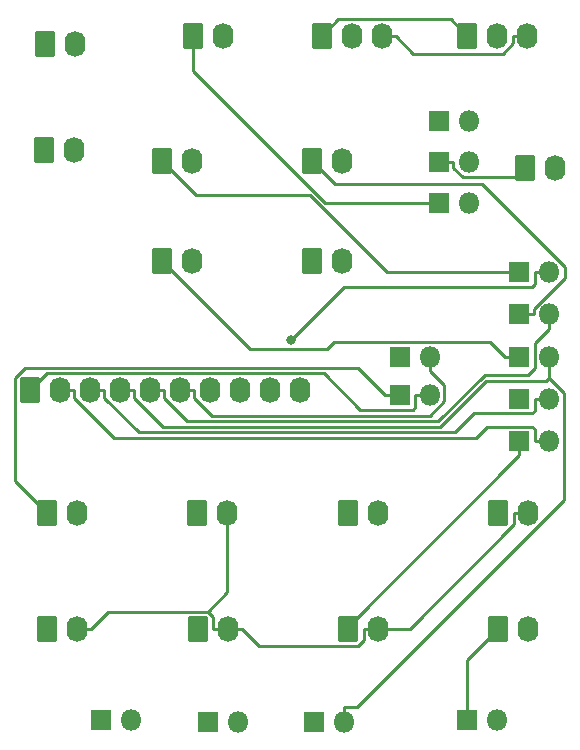
<source format=gbr>
%TF.GenerationSoftware,KiCad,Pcbnew,7.0.9*%
%TF.CreationDate,2023-12-03T08:59:46+10:00*%
%TF.ProjectId,FUEL,4655454c-2e6b-4696-9361-645f70636258,rev?*%
%TF.SameCoordinates,Original*%
%TF.FileFunction,Copper,L2,Bot*%
%TF.FilePolarity,Positive*%
%FSLAX46Y46*%
G04 Gerber Fmt 4.6, Leading zero omitted, Abs format (unit mm)*
G04 Created by KiCad (PCBNEW 7.0.9) date 2023-12-03 08:59:46*
%MOMM*%
%LPD*%
G01*
G04 APERTURE LIST*
G04 Aperture macros list*
%AMRoundRect*
0 Rectangle with rounded corners*
0 $1 Rounding radius*
0 $2 $3 $4 $5 $6 $7 $8 $9 X,Y pos of 4 corners*
0 Add a 4 corners polygon primitive as box body*
4,1,4,$2,$3,$4,$5,$6,$7,$8,$9,$2,$3,0*
0 Add four circle primitives for the rounded corners*
1,1,$1+$1,$2,$3*
1,1,$1+$1,$4,$5*
1,1,$1+$1,$6,$7*
1,1,$1+$1,$8,$9*
0 Add four rect primitives between the rounded corners*
20,1,$1+$1,$2,$3,$4,$5,0*
20,1,$1+$1,$4,$5,$6,$7,0*
20,1,$1+$1,$6,$7,$8,$9,0*
20,1,$1+$1,$8,$9,$2,$3,0*%
G04 Aperture macros list end*
%TA.AperFunction,ComponentPad*%
%ADD10RoundRect,0.250000X-0.620000X-0.845000X0.620000X-0.845000X0.620000X0.845000X-0.620000X0.845000X0*%
%TD*%
%TA.AperFunction,ComponentPad*%
%ADD11O,1.740000X2.190000*%
%TD*%
%TA.AperFunction,ComponentPad*%
%ADD12O,1.800000X1.800000*%
%TD*%
%TA.AperFunction,ComponentPad*%
%ADD13R,1.800000X1.800000*%
%TD*%
%TA.AperFunction,ViaPad*%
%ADD14C,0.800000*%
%TD*%
%TA.AperFunction,Conductor*%
%ADD15C,0.250000*%
%TD*%
G04 APERTURE END LIST*
D10*
%TO.P,SW15,1,A*%
%TO.N,Net-(D12-K)*%
X151090000Y-65690000D03*
D11*
%TO.P,SW15,2,B*%
%TO.N,/ROW5*%
X153630000Y-65690000D03*
%TD*%
D10*
%TO.P,SW10,1,1*%
%TO.N,Net-(D10-K)*%
X133070000Y-73530000D03*
D11*
%TO.P,SW10,2,2*%
%TO.N,/ROW6*%
X135610000Y-73530000D03*
%TD*%
D12*
%TO.P,D4,2,A*%
%TO.N,/COL0*%
X148740000Y-112420000D03*
D13*
%TO.P,D4,1,K*%
%TO.N,Net-(D4-K)*%
X146200000Y-112420000D03*
%TD*%
D11*
%TO.P,SW11,2,2*%
%TO.N,/ROW6*%
X122940000Y-73530000D03*
D10*
%TO.P,SW11,1,1*%
%TO.N,Net-(D11-K)*%
X120400000Y-73530000D03*
%TD*%
%TO.P,SW6,1,A*%
%TO.N,Net-(D6-K)*%
X123370000Y-94840000D03*
D11*
%TO.P,SW6,2,B*%
%TO.N,/ROW5*%
X125910000Y-94840000D03*
%TD*%
D10*
%TO.P,SW9,1,A*%
%TO.N,Net-(D9-K)*%
X123060000Y-54510000D03*
D11*
%TO.P,SW9,2,B*%
%TO.N,/ROW6*%
X125600000Y-54510000D03*
%TD*%
D13*
%TO.P,D14,1,K*%
%TO.N,Net-(D14-K)*%
X150660000Y-74483800D03*
D12*
%TO.P,D14,2,A*%
%TO.N,/COL6*%
X153200000Y-74483800D03*
%TD*%
D10*
%TO.P,J4,1,Pin_1*%
%TO.N,/ANALOG_5V*%
X133910000Y-54510000D03*
D11*
%TO.P,J4,2,Pin_2*%
%TO.N,/RCVR_BRIGHT*%
X136450000Y-54510000D03*
%TO.P,J4,3,Pin_3*%
%TO.N,/ANALOG_GND*%
X138990000Y-54510000D03*
%TD*%
D12*
%TO.P,D10,2,A*%
%TO.N,/COL2*%
X146390000Y-61670000D03*
D13*
%TO.P,D10,1,K*%
%TO.N,Net-(D10-K)*%
X143850000Y-61670000D03*
%TD*%
%TO.P,D7,1,K*%
%TO.N,Net-(D7-K)*%
X133270000Y-112520000D03*
D12*
%TO.P,D7,2,A*%
%TO.N,/COL3*%
X135810000Y-112520000D03*
%TD*%
D10*
%TO.P,J2,1,Pin_1*%
%TO.N,Net-(J1-Pin_1)*%
X110390000Y-64110000D03*
D11*
%TO.P,J2,2,Pin_2*%
%TO.N,Net-(J1-Pin_2)*%
X112930000Y-64110000D03*
%TD*%
D10*
%TO.P,SW13,1,1*%
%TO.N,Net-(D13-K)*%
X133070000Y-65090000D03*
D11*
%TO.P,SW13,2,2*%
%TO.N,/ROW6*%
X135610000Y-65090000D03*
%TD*%
D12*
%TO.P,D11,2,A*%
%TO.N,/COL3*%
X153200000Y-81626900D03*
D13*
%TO.P,D11,1,K*%
%TO.N,Net-(D11-K)*%
X150660000Y-81626900D03*
%TD*%
%TO.P,D13,1,K*%
%TO.N,Net-(D13-K)*%
X150660000Y-78055300D03*
D12*
%TO.P,D13,2,A*%
%TO.N,/COL4*%
X153200000Y-78055300D03*
%TD*%
%TO.P,D12,2,A*%
%TO.N,/COL7*%
X146390000Y-65160000D03*
D13*
%TO.P,D12,1,K*%
%TO.N,Net-(D12-K)*%
X143850000Y-65160000D03*
%TD*%
D10*
%TO.P,J3,1,Pin_1*%
%TO.N,/COL0*%
X109200000Y-84490000D03*
D11*
%TO.P,J3,2,Pin_2*%
%TO.N,/COL1*%
X111740000Y-84490000D03*
%TO.P,J3,3,Pin_3*%
%TO.N,/COL2*%
X114280000Y-84490000D03*
%TO.P,J3,4,Pin_4*%
%TO.N,/COL3*%
X116820000Y-84490000D03*
%TO.P,J3,5,Pin_5*%
%TO.N,/COL4*%
X119360000Y-84490000D03*
%TO.P,J3,6,Pin_6*%
%TO.N,/COL5*%
X121900000Y-84490000D03*
%TO.P,J3,7,Pin_7*%
%TO.N,/COL6*%
X124440000Y-84490000D03*
%TO.P,J3,8,Pin_8*%
%TO.N,/COL7*%
X126980000Y-84490000D03*
%TO.P,J3,9,Pin_9*%
%TO.N,/ROW5*%
X129520000Y-84490000D03*
%TO.P,J3,10,Pin_10*%
%TO.N,/ROW6*%
X132060000Y-84490000D03*
%TD*%
D12*
%TO.P,D9,2,A*%
%TO.N,/COL1*%
X146390000Y-68600000D03*
D13*
%TO.P,D9,1,K*%
%TO.N,Net-(D9-K)*%
X143850000Y-68600000D03*
%TD*%
D10*
%TO.P,SW8,1,A*%
%TO.N,Net-(D8-K)*%
X148870000Y-94840000D03*
D11*
%TO.P,SW8,2,B*%
%TO.N,/ROW5*%
X151410000Y-94840000D03*
%TD*%
D12*
%TO.P,D3,2,A*%
%TO.N,/COL1*%
X153200000Y-88770000D03*
D13*
%TO.P,D3,1,K*%
%TO.N,Net-(D3-K)*%
X150660000Y-88770000D03*
%TD*%
D12*
%TO.P,D6,2,A*%
%TO.N,/COL5*%
X143115000Y-81630000D03*
D13*
%TO.P,D6,1,K*%
%TO.N,Net-(D6-K)*%
X140575000Y-81630000D03*
%TD*%
D10*
%TO.P,SW1,1,A*%
%TO.N,Net-(D1-K)*%
X110670000Y-104650000D03*
D11*
%TO.P,SW1,2,B*%
%TO.N,/ROW5*%
X113210000Y-104650000D03*
%TD*%
D13*
%TO.P,D5,1,K*%
%TO.N,Net-(D5-K)*%
X140540000Y-84910000D03*
D12*
%TO.P,D5,2,A*%
%TO.N,/COL0*%
X143080000Y-84910000D03*
%TD*%
D10*
%TO.P,RV1,1,1*%
%TO.N,/ANALOG_5V*%
X146260000Y-54510000D03*
D11*
%TO.P,RV1,2,2*%
%TO.N,/RCVR_BRIGHT*%
X148800000Y-54510000D03*
%TO.P,RV1,3,3*%
%TO.N,/ANALOG_GND*%
X151340000Y-54510000D03*
%TD*%
D13*
%TO.P,D1,1,K*%
%TO.N,Net-(D1-K)*%
X115250000Y-112420000D03*
D12*
%TO.P,D1,2,A*%
%TO.N,/COL6*%
X117790000Y-112420000D03*
%TD*%
D10*
%TO.P,SW2,1,A*%
%TO.N,Net-(D2-K)*%
X123406700Y-104650000D03*
D11*
%TO.P,SW2,2,B*%
%TO.N,/ROW5*%
X125946700Y-104650000D03*
%TD*%
D10*
%TO.P,SW3,1,A*%
%TO.N,Net-(D3-K)*%
X136143300Y-104650000D03*
D11*
%TO.P,SW3,2,B*%
%TO.N,/ROW5*%
X138683300Y-104650000D03*
%TD*%
D10*
%TO.P,J1,1,Pin_1*%
%TO.N,Net-(J1-Pin_1)*%
X110450000Y-55170000D03*
D11*
%TO.P,J1,2,Pin_2*%
%TO.N,Net-(J1-Pin_2)*%
X112990000Y-55170000D03*
%TD*%
D10*
%TO.P,SW14,1,1*%
%TO.N,Net-(D14-K)*%
X120400000Y-65090000D03*
D11*
%TO.P,SW14,2,2*%
%TO.N,/ROW6*%
X122940000Y-65090000D03*
%TD*%
D10*
%TO.P,SW4,1,A*%
%TO.N,Net-(D4-K)*%
X148880000Y-104650000D03*
D11*
%TO.P,SW4,2,B*%
%TO.N,/ROW5*%
X151420000Y-104650000D03*
%TD*%
D10*
%TO.P,SW7,1,A*%
%TO.N,Net-(D7-K)*%
X136120000Y-94840000D03*
D11*
%TO.P,SW7,2,B*%
%TO.N,/ROW5*%
X138660000Y-94840000D03*
%TD*%
D12*
%TO.P,D2,2,A*%
%TO.N,/COL4*%
X126820000Y-112520000D03*
D13*
%TO.P,D2,1,K*%
%TO.N,Net-(D2-K)*%
X124280000Y-112520000D03*
%TD*%
%TO.P,D8,1,K*%
%TO.N,Net-(D8-K)*%
X150660000Y-85198400D03*
D12*
%TO.P,D8,2,A*%
%TO.N,/COL2*%
X153200000Y-85198400D03*
%TD*%
D10*
%TO.P,SW5,1,A*%
%TO.N,Net-(D5-K)*%
X110620000Y-94840000D03*
D11*
%TO.P,SW5,2,B*%
%TO.N,/ROW6*%
X113160000Y-94840000D03*
%TD*%
D14*
%TO.N,/COL6*%
X131296800Y-80258300D03*
%TD*%
D15*
%TO.N,/ROW5*%
X128606800Y-106114800D02*
X127142000Y-104650000D01*
X136994400Y-106114800D02*
X128606800Y-106114800D01*
X137488000Y-105621200D02*
X136994400Y-106114800D01*
X137488000Y-104650000D02*
X137488000Y-105621200D01*
X138683300Y-104650000D02*
X137488000Y-104650000D01*
X125946700Y-104650000D02*
X127142000Y-104650000D01*
X113210000Y-104650000D02*
X114405300Y-104650000D01*
X125946700Y-104650000D02*
X124751400Y-104650000D01*
X141375900Y-104650000D02*
X138683300Y-104650000D01*
X150214700Y-95811200D02*
X141375900Y-104650000D01*
X150214700Y-94840000D02*
X150214700Y-95811200D01*
X151410000Y-94840000D02*
X150214700Y-94840000D01*
X125910000Y-101581000D02*
X124281800Y-103209200D01*
X125910000Y-94840000D02*
X125910000Y-101581000D01*
X115846100Y-103209200D02*
X124281800Y-103209200D01*
X114405300Y-104650000D02*
X115846100Y-103209200D01*
X124751400Y-103678800D02*
X124751400Y-104650000D01*
X124281800Y-103209200D02*
X124751400Y-103678800D01*
%TO.N,Net-(D14-K)*%
X123275400Y-67965400D02*
X120400000Y-65090000D01*
X132948300Y-67965400D02*
X123275400Y-67965400D01*
X139466700Y-74483800D02*
X132948300Y-67965400D01*
X150660000Y-74483800D02*
X139466700Y-74483800D01*
%TO.N,Net-(D13-K)*%
X135025900Y-67045900D02*
X133070000Y-65090000D01*
X147497700Y-67045900D02*
X135025900Y-67045900D01*
X154482100Y-74030300D02*
X147497700Y-67045900D01*
X154482100Y-74986700D02*
X154482100Y-74030300D01*
X151885300Y-77583500D02*
X154482100Y-74986700D01*
X151885300Y-78055300D02*
X151885300Y-77583500D01*
X150660000Y-78055300D02*
X151885300Y-78055300D01*
%TO.N,Net-(D9-K)*%
X123060000Y-57440200D02*
X123060000Y-54510000D01*
X134219800Y-68600000D02*
X123060000Y-57440200D01*
X142624700Y-68600000D02*
X134219800Y-68600000D01*
X143850000Y-68600000D02*
X142624700Y-68600000D01*
%TO.N,/COL2*%
X151974700Y-86194000D02*
X151974700Y-85198400D01*
X151745000Y-86423700D02*
X151974700Y-86194000D01*
X146830600Y-86423700D02*
X151745000Y-86423700D01*
X145216700Y-88037600D02*
X146830600Y-86423700D01*
X118425200Y-88037600D02*
X145216700Y-88037600D01*
X115475300Y-85087700D02*
X118425200Y-88037600D01*
X115475300Y-84490000D02*
X115475300Y-85087700D01*
X114280000Y-84490000D02*
X115475300Y-84490000D01*
X153200000Y-85198400D02*
X151974700Y-85198400D01*
%TO.N,/COL3*%
X116820000Y-84490000D02*
X118015300Y-84490000D01*
X153200000Y-81626900D02*
X153200000Y-82852200D01*
X135810000Y-112520000D02*
X135810000Y-111294700D01*
X154428900Y-84676500D02*
X153165000Y-83412600D01*
X154428900Y-93747900D02*
X154428900Y-84676500D01*
X136882100Y-111294700D02*
X154428900Y-93747900D01*
X135810000Y-111294700D02*
X136882100Y-111294700D01*
X153165000Y-82887200D02*
X153200000Y-82852200D01*
X153165000Y-83412600D02*
X153165000Y-82887200D01*
X118015300Y-85087700D02*
X118015300Y-84490000D01*
X120504400Y-87576800D02*
X118015300Y-85087700D01*
X143914100Y-87576800D02*
X120504400Y-87576800D01*
X147798600Y-83692300D02*
X143914100Y-87576800D01*
X152885300Y-83692300D02*
X147798600Y-83692300D01*
X153165000Y-83412600D02*
X152885300Y-83692300D01*
%TO.N,/COL5*%
X121900000Y-84490000D02*
X123095300Y-84490000D01*
X143115000Y-81630000D02*
X143115000Y-82855300D01*
X123095300Y-85087700D02*
X123095300Y-84490000D01*
X124626100Y-86618500D02*
X123095300Y-85087700D01*
X143113200Y-86618500D02*
X124626100Y-86618500D01*
X144307500Y-85424200D02*
X143113200Y-86618500D01*
X144307500Y-84047800D02*
X144307500Y-85424200D01*
X143115000Y-82855300D02*
X144307500Y-84047800D01*
%TO.N,Net-(D5-K)*%
X107976600Y-92196600D02*
X110620000Y-94840000D01*
X107976600Y-83403800D02*
X107976600Y-92196600D01*
X108785800Y-82594600D02*
X107976600Y-83403800D01*
X136999300Y-82594600D02*
X108785800Y-82594600D01*
X139314700Y-84910000D02*
X136999300Y-82594600D01*
X140540000Y-84910000D02*
X139314700Y-84910000D01*
%TO.N,/COL0*%
X143080000Y-84910000D02*
X141854700Y-84910000D01*
X141854700Y-85905600D02*
X141854700Y-84910000D01*
X141625000Y-86135300D02*
X141854700Y-85905600D01*
X137192600Y-86135300D02*
X141625000Y-86135300D01*
X134102300Y-83045000D02*
X137192600Y-86135300D01*
X110645000Y-83045000D02*
X134102300Y-83045000D01*
X109200000Y-84490000D02*
X110645000Y-83045000D01*
%TO.N,/ANALOG_GND*%
X141660000Y-55984700D02*
X140185300Y-54510000D01*
X149267600Y-55984700D02*
X141660000Y-55984700D01*
X150144700Y-55107600D02*
X149267600Y-55984700D01*
X150144700Y-54510000D02*
X150144700Y-55107600D01*
X151340000Y-54510000D02*
X150144700Y-54510000D01*
X138990000Y-54510000D02*
X140185300Y-54510000D01*
%TO.N,/COL1*%
X151974700Y-87774400D02*
X151974700Y-88770000D01*
X151745000Y-87544700D02*
X151974700Y-87774400D01*
X147923500Y-87544700D02*
X151745000Y-87544700D01*
X146980200Y-88488000D02*
X147923500Y-87544700D01*
X116335600Y-88488000D02*
X146980200Y-88488000D01*
X112935300Y-85087700D02*
X116335600Y-88488000D01*
X112935300Y-84490000D02*
X112935300Y-85087700D01*
X111740000Y-84490000D02*
X112935300Y-84490000D01*
X153200000Y-88770000D02*
X151974700Y-88770000D01*
%TO.N,/ANALOG_5V*%
X135339700Y-53080300D02*
X133910000Y-54510000D01*
X144830300Y-53080300D02*
X135339700Y-53080300D01*
X146260000Y-54510000D02*
X144830300Y-53080300D01*
%TO.N,Net-(D12-K)*%
X150383500Y-66396500D02*
X151090000Y-65690000D01*
X145852300Y-66396500D02*
X150383500Y-66396500D01*
X145075300Y-65619500D02*
X145852300Y-66396500D01*
X145075300Y-65160000D02*
X145075300Y-65619500D01*
X143850000Y-65160000D02*
X145075300Y-65160000D01*
%TO.N,Net-(D3-K)*%
X136143300Y-104512000D02*
X136143300Y-104650000D01*
X150660000Y-89995300D02*
X136143300Y-104512000D01*
X150660000Y-88770000D02*
X150660000Y-89995300D01*
%TO.N,/COL4*%
X119360000Y-84490000D02*
X120555300Y-84490000D01*
X153200000Y-78055300D02*
X153200000Y-79280600D01*
X120555300Y-85087600D02*
X120555300Y-84490000D01*
X122536600Y-87068900D02*
X120555300Y-85087600D01*
X143785100Y-87068900D02*
X122536600Y-87068900D01*
X147711200Y-83142800D02*
X143785100Y-87068900D01*
X151411200Y-83142800D02*
X147711200Y-83142800D01*
X151974700Y-82579300D02*
X151411200Y-83142800D01*
X151974700Y-80505900D02*
X151974700Y-82579300D01*
X153200000Y-79280600D02*
X151974700Y-80505900D01*
%TO.N,Net-(D11-K)*%
X150660000Y-81626900D02*
X149434700Y-81626900D01*
X148209400Y-80401600D02*
X149434700Y-81626900D01*
X134978600Y-80401600D02*
X148209400Y-80401600D01*
X134386200Y-80994000D02*
X134978600Y-80401600D01*
X127864000Y-80994000D02*
X134386200Y-80994000D01*
X120400000Y-73530000D02*
X127864000Y-80994000D01*
%TO.N,/COL6*%
X151974700Y-75479400D02*
X151974700Y-74483800D01*
X151745000Y-75709100D02*
X151974700Y-75479400D01*
X135846000Y-75709100D02*
X151745000Y-75709100D01*
X131296800Y-80258300D02*
X135846000Y-75709100D01*
X153200000Y-74483800D02*
X151974700Y-74483800D01*
%TO.N,Net-(D4-K)*%
X146200000Y-107330000D02*
X148880000Y-104650000D01*
X146200000Y-112420000D02*
X146200000Y-107330000D01*
%TD*%
M02*

</source>
